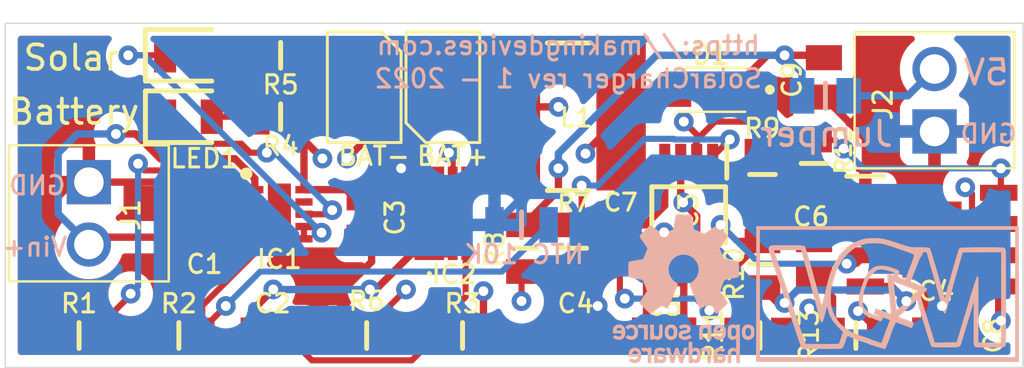
<source format=kicad_pcb>
(kicad_pcb (version 20211014) (generator pcbnew)
  (layers (0 "F.Cu" signal) (1 "In1.Cu" signal) (2 "In2.Cu" signal) (31 "B.Cu" signal) (34 "B.Paste" user) (35 "F.Paste" user) (36 "B.SilkS" user "B.Silkscreen") (37 "F.SilkS" user "F.Silkscreen") (38 "B.Mask" user) (39 "F.Mask" user) (44 "Edge.Cuts" user))
  (net 0 "")
  (net 1 "Vin+")
  (net 2 "gnd")
  (net 3 "Net-(C2-Pad2)")
  (net 4 "BAT-")
  (net 5 "BAT+")
  (net 6 "Net-(C4-Pad2)")
  (net 7 "Net-(C6-Pad2)")
  (net 8 "Net-(C7-Pad2)")
  (net 9 "5V")
  (net 10 "5V_BF")
  (net 11 "Net-(D1-Pad2)")
  (net 13 "Net-(IC1-Pad8)")
  (net 14 "Net-(IC1-Pad6)")
  (net 15 "Net-(IC1-Pad5)")
  (net 16 "Net-(IC1-Pad4)")
  (net 17 "Net-(IC1-Pad2)")
  (net 19 "Net-(IC2-Pad5)")
  (net 21 "Net-(IC3-Pad2)")
  (net 22 "Net-(IC3-Pad1)")
  (net 23 "Net-(IC4-Pad8)")
  (net 24 "Net-(IC4-Pad7)")
  (net 26 "Net-(IC4-Pad3)")
  (net 27 "Net-(LED1-Pad2)")
  (net 28 "Net-(LED2-Pad2)")
  (footprint "Library_Loader:RESC2012X75N" (layer "F.Cu") (at 93.8 53.7 180)
    (fp_text reference "R6" (at 0 1.4) (layer "F.SilkS") (effects (font (size 0.75 0.75) (thickness 0.125))))
    (fp_text value "2.7k" hide)
    (pad "1" smd rect locked (at -0.95 0 180) (size 1 1.45) (layers "F.Cu" "F.Paste" "F.Mask") (net 19 "Net-(IC2-Pad5)"))
    (pad "2" smd rect locked (at 0.95 0 180) (size 1 1.45) (layers "F.Cu" "F.Paste" "F.Mask") (net 2 "gnd"))
  )
  (footprint "Library_Loader:CAPC2012X140N" (layer "F.Cu") (at 87.2 48.9 -90)
    (fp_text reference "C1" (at 1.9 0 180) (layer "F.SilkS") (effects (font (size 0.75 0.75) (thickness 0.125))))
    (fp_text value "1uF" hide)
    (pad "1" smd rect locked (at -0.8 0 270) (size 1.02 1.47) (layers "F.Cu" "F.Paste" "F.Mask") (net 2 "gnd"))
    (pad "2" smd rect locked (at 0.8 0 270) (size 1.02 1.47) (layers "F.Cu" "F.Paste" "F.Mask") (net 1 "Vin+"))
  )
  (footprint "Library_Loader:CAPC2012X140N" (layer "F.Cu") (at 89.98 53.7)
    (fp_text reference "C2" (at 0 -1.3) (layer "F.SilkS") (effects (font (size 0.75 0.75) (thickness 0.125))))
    (fp_text value "1uF" hide)
    (pad "1" smd rect locked (at -0.8 0) (size 1.02 1.47) (layers "F.Cu" "F.Paste" "F.Mask") (net 4 "BAT-"))
    (pad "2" smd rect locked (at 0.8 0) (size 1.02 1.47) (layers "F.Cu" "F.Paste" "F.Mask") (net 3 "Net-(C2-Pad2)"))
  )
  (footprint "Library_Loader:CAPC2012X140N" (layer "F.Cu") (at 93.72 48.9 -90)
    (fp_text reference "C3" (at 0 -1.23 90) (layer "F.SilkS") (effects (font (size 0.75 0.75) (thickness 0.125))))
    (fp_text value "1uF" hide)
    (pad "1" smd rect locked (at -0.8 0 270) (size 1.02 1.47) (layers "F.Cu" "F.Paste" "F.Mask") (net 5 "BAT+"))
    (pad "2" smd rect locked (at 0.8 0 270) (size 1.02 1.47) (layers "F.Cu" "F.Paste" "F.Mask") (net 2 "gnd"))
  )
  (footprint "Library_Loader:CAPC2012X140N" (layer "F.Cu") (at 102.3 53.7 180)
    (fp_text reference "C4" (at 0 1.3) (layer "F.SilkS") (effects (font (size 0.75 0.75) (thickness 0.125))))
    (fp_text value "820pF" hide)
    (pad "1" smd rect locked (at -0.8 0 180) (size 1.02 1.47) (layers "F.Cu" "F.Paste" "F.Mask") (net 2 "gnd"))
    (pad "2" smd rect locked (at 0.8 0 180) (size 1.02 1.47) (layers "F.Cu" "F.Paste" "F.Mask") (net 6 "Net-(C4-Pad2)"))
  )
  (footprint "Library_Loader:CAPC2012X140N" (layer "F.Cu") (at 105.9 53.7)
    (fp_text reference "C5" (at 0 -1.2) (layer "F.SilkS") (effects (font (size 0.75 0.75) (thickness 0.125))))
    (fp_text value "22uF" hide)
    (pad "1" smd rect locked (at -0.8 0) (size 1.02 1.47) (layers "F.Cu" "F.Paste" "F.Mask") (net 2 "gnd"))
    (pad "2" smd rect locked (at 0.8 0) (size 1.02 1.47) (layers "F.Cu" "F.Paste" "F.Mask") (net 5 "BAT+"))
  )
  (footprint "Library_Loader:CAPC2012X140N" (layer "F.Cu") (at 112 50.6 90)
    (fp_text reference "C6" (at 1.73 -0.12 180) (layer "F.SilkS") (effects (font (size 0.75 0.75) (thickness 0.125))))
    (fp_text value "2.2nF" hide)
    (pad "1" smd rect locked (at -0.8 0 90) (size 1.02 1.47) (layers "F.Cu" "F.Paste" "F.Mask") (net 2 "gnd"))
    (pad "2" smd rect locked (at 0.8 0 90) (size 1.02 1.47) (layers "F.Cu" "F.Paste" "F.Mask") (net 7 "Net-(C6-Pad2)"))
  )
  (footprint "Library_Loader:CAPC2012X140N" (layer "F.Cu") (at 104.14 49.99 -90)
    (fp_text reference "C7" (at -1.7 0 180) (layer "F.SilkS") (effects (font (size 0.7 0.7) (thickness 0.125))))
    (fp_text value "100nF" hide)
    (pad "1" smd rect locked (at -0.8 0 270) (size 1.02 1.47) (layers "F.Cu" "F.Paste" "F.Mask") (net 2 "gnd"))
    (pad "2" smd rect locked (at 0.8 0 270) (size 1.02 1.47) (layers "F.Cu" "F.Paste" "F.Mask") (net 8 "Net-(C7-Pad2)"))
  )
  (footprint "Library_Loader:CAPC2012X140N" (layer "F.Cu") (at 117.3 53.7)
    (fp_text reference "C8" (at 2 0 90) (layer "F.SilkS") (effects (font (size 0.75 0.75) (thickness 0.125))))
    (fp_text value "100uF" hide)
    (pad "1" smd rect locked (at -0.8 0) (size 1.02 1.47) (layers "F.Cu" "F.Paste" "F.Mask") (net 2 "gnd"))
    (pad "2" smd rect locked (at 0.8 0) (size 1.02 1.47) (layers "F.Cu" "F.Paste" "F.Mask") (net 9 "5V"))
  )
  (footprint "Library_Loader:CAPC2012X140N" (layer "F.Cu") (at 112.4 43.2 90)
    (fp_text reference "C9" (at -0.1 -1.3 270) (layer "F.SilkS") (effects (font (size 0.75 0.75) (thickness 0.125))))
    (fp_text value "47uF" hide)
    (pad "1" smd rect locked (at -0.8 0 90) (size 1.02 1.47) (layers "F.Cu" "F.Paste" "F.Mask") (net 2 "gnd"))
    (pad "2" smd rect locked (at 0.8 0 90) (size 1.02 1.47) (layers "F.Cu" "F.Paste" "F.Mask") (net 10 "5V_BF"))
  )
  (footprint "Library_Loader:SS12FP" (layer "F.Cu") (at 107.8 43.7 180)
    (fp_text reference "D1" (at 0.01 1.4) (layer "F.SilkS") (effects (font (size 0.75 0.75) (thickness 0.125))))
    (fp_text value "FSV360FP" hide)
    (pad "1" smd rect locked (at -0.9 0 270) (size 1.4 2.3) (layers "F.Cu" "F.Paste" "F.Mask") (net 10 "5V_BF"))
    (pad "2" smd rect locked (at 1.425 0 180) (size 1.25 1.4) (layers "F.Cu" "F.Paste" "F.Mask") (net 11 "Net-(D1-Pad2)"))
  )
  (footprint "Library_Loader:mountinghole_battery" (layer "F.Cu") (at 96.9 43.6)
    (fp_text reference "H1" hide)
    (fp_text value "bat+")
    (pad "1" smd rect locked (at 0 0) (size 2 3.5) (layers "F.Cu" "F.Paste" "F.Mask") (net 5 "BAT+"))
  )
  (footprint "Library_Loader:mountinghole_battery" (layer "F.Cu") (at 93.7 43.6 180)
    (fp_text reference "H2" hide)
    (fp_text value "bat-")
    (pad "1" smd rect locked (at 0 0 180) (size 2 3.5) (layers "F.Cu" "F.Paste" "F.Mask") (net 4 "BAT-"))
  )
  (footprint "Library_Loader:SON50P200X300X80-11N" (layer "F.Cu") (at 90.25 48.7675)
    (fp_text reference "IC1" (at 0 1.8325) (layer "F.SilkS") (effects (font (size 0.75 0.75) (thickness 0.125))))
    (fp_text value "BQ24210DQCR" hide)
    (pad "1" smd rect locked (at -1 -1 90) (size 0.3 0.7) (layers "F.Cu" "F.Paste" "F.Mask") (net 1 "Vin+"))
    (pad "2" smd rect locked (at -1 -0.5 90) (size 0.3 0.7) (layers "F.Cu" "F.Paste" "F.Mask") (net 17 "Net-(IC1-Pad2)"))
    (pad "3" smd rect locked (at -1 0 90) (size 0.3 0.7) (layers "F.Cu" "F.Paste" "F.Mask") (net 2 "gnd"))
    (pad "4" smd rect locked (at -1 0.5 90) (size 0.3 0.7) (layers "F.Cu" "F.Paste" "F.Mask") (net 16 "Net-(IC1-Pad4)"))
    (pad "5" smd rect locked (at -1 1 90) (size 0.3 0.7) (layers "F.Cu" "F.Paste" "F.Mask") (net 15 "Net-(IC1-Pad5)"))
    (pad "6" smd rect locked (at 1 1 90) (size 0.3 0.7) (layers "F.Cu" "F.Paste" "F.Mask") (net 14 "Net-(IC1-Pad6)"))
    (pad "7" smd rect locked (at 1 0.5 90) (size 0.3 0.7) (layers "F.Cu" "F.Paste" "F.Mask") (net 14 "Net-(IC1-Pad6)"))
    (pad "8" smd rect locked (at 1 0 90) (size 0.3 0.7) (layers "F.Cu" "F.Paste" "F.Mask") (net 13 "Net-(IC1-Pad8)"))
    (pad "9" smd rect locked (at 1 -0.5 90) (size 0.3 0.7) (layers "F.Cu" "F.Paste" "F.Mask"))
    (pad "10" smd rect locked (at 1 -1 90) (size 0.3 0.7) (layers "F.Cu" "F.Paste" "F.Mask") (net 5 "BAT+"))
    (pad "11" smd rect locked (at 0 0) (size 0.94 2.5) (layers "F.Cu" "F.Paste" "F.Mask") (net 2 "gnd"))
  )
  (footprint "Library_Loader:AP9214LANHSBR7" (layer "F.Cu") (at 96.9 48.73)
    (fp_text reference "IC2" (at 0.46 2.48) (layer "F.SilkS") (effects (font (size 0.75 0.75) (thickness 0.125))))
    (fp_text value "AP9214L-AN-HSBR-7" hide)
    (pad "1" smd rect locked (at -0.55 1.65 90) (size 0.5 1.2) (layers "F.Cu" "F.Paste" "F.Mask") (net 4 "BAT-"))
    (pad "2" smd rect locked (at 0.4 1.65) (size 0.4 0.5) (layers "F.Cu" "F.Paste" "F.Mask") (net 4 "BAT-"))
    (pad "3" smd rect locked (at 0.95 1.65) (size 0.4 0.5) (layers "F.Cu" "F.Paste" "F.Mask") (net 3 "Net-(C2-Pad2)"))
    (pad "4" smd rect locked (at 0.95 -1.65) (size 0.4 0.5) (layers "F.Cu" "F.Paste" "F.Mask"))
    (pad "5" smd rect locked (at 0.4 -1.65) (size 0.4 0.5) (layers "F.Cu" "F.Paste" "F.Mask") (net 19 "Net-(IC2-Pad5)"))
    (pad "6" smd rect locked (at -0.55 -1.65 90) (size 0.5 1.2) (layers "F.Cu" "F.Paste" "F.Mask") (net 2 "gnd"))
    (pad "7" smd rect locked (at 0 0) (size 2.21 2.4) (layers "F.Cu" "F.Paste" "F.Mask"))
  )
  (footprint "Library_Loader:SOP65P490X110-8N" (layer "F.Cu") (at 106.9 48.8 -90)
    (fp_text reference "IC3" (at 0 0 90) (layer "F.SilkS") (effects (font (size 0.75 0.75) (thickness 0.125))))
    (fp_text value "TPS61085TDGKR" hide)
    (pad "1" smd rect locked (at -2.2 -0.975) (size 0.45 1.4) (layers "F.Cu" "F.Paste" "F.Mask") (net 22 "Net-(IC3-Pad1)"))
    (pad "2" smd rect locked (at -2.2 -0.325) (size 0.45 1.4) (layers "F.Cu" "F.Paste" "F.Mask") (net 21 "Net-(IC3-Pad2)"))
    (pad "3" smd rect locked (at -2.2 0.325) (size 0.45 1.4) (layers "F.Cu" "F.Paste" "F.Mask") (net 5 "BAT+"))
    (pad "4" smd rect locked (at -2.2 0.975) (size 0.45 1.4) (layers "F.Cu" "F.Paste" "F.Mask") (net 2 "gnd"))
    (pad "5" smd rect locked (at 2.2 0.975) (size 0.45 1.4) (layers "F.Cu" "F.Paste" "F.Mask") (net 11 "Net-(D1-Pad2)"))
    (pad "6" smd rect locked (at 2.2 0.325) (size 0.45 1.4) (layers "F.Cu" "F.Paste" "F.Mask") (net 5 "BAT+"))
    (pad "7" smd rect locked (at 2.2 -0.325) (size 0.45 1.4) (layers "F.Cu" "F.Paste" "F.Mask") (net 5 "BAT+"))
    (pad "8" smd rect locked (at 2.2 -0.975) (size 0.45 1.4) (layers "F.Cu" "F.Paste" "F.Mask") (net 8 "Net-(C7-Pad2)"))
  )
  (footprint "Library_Loader:SOIC127P600X170-9N" (layer "F.Cu") (at 116.8 49.8)
    (fp_text reference "IC4" (at 0 2.1) (layer "F.SilkS") (effects (font (size 0.75 0.75) (thickness 0.125))))
    (fp_text value "TPS259620DDAR" hide)
    (pad "1" smd rect locked (at -2.712 -1.905 90) (size 0.65 1.525) (layers "F.Cu" "F.Paste" "F.Mask") (net 2 "gnd"))
    (pad "2" smd rect locked (at -2.712 -0.635 90) (size 0.65 1.525) (layers "F.Cu" "F.Paste" "F.Mask") (net 7 "Net-(C6-Pad2)"))
    (pad "3" smd rect locked (at -2.712 0.635 90) (size 0.65 1.525) (layers "F.Cu" "F.Paste" "F.Mask") (net 26 "Net-(IC4-Pad3)"))
    (pad "4" smd rect locked (at -2.712 1.905 90) (size 0.65 1.525) (layers "F.Cu" "F.Paste" "F.Mask") (net 10 "5V_BF"))
    (pad "5" smd rect locked (at 2.712 1.905 90) (size 0.65 1.525) (layers "F.Cu" "F.Paste" "F.Mask") (net 9 "5V"))
    (pad "6" smd rect locked (at 2.712 0.635 90) (size 0.65 1.525) (layers "F.Cu" "F.Paste" "F.Mask"))
    (pad "7" smd rect locked (at 2.712 -0.635 90) (size 0.65 1.525) (layers "F.Cu" "F.Paste" "F.Mask") (net 24 "Net-(IC4-Pad7)"))
    (pad "8" smd rect locked (at 2.712 -1.905 90) (size 0.65 1.525) (layers "F.Cu" "F.Paste" "F.Mask") (net 23 "Net-(IC4-Pad8)"))
    (pad "9" smd rect locked (at 0 0) (size 2.4 3.1) (layers "F.Cu" "F.Paste" "F.Mask") (net 2 "gnd"))
  )
  (footprint "Library_Loader:282834-2_1" (layer "F.Cu") (at 82.5 47.46 -90)
    (fp_text reference "J1" (at 1.34 -1.7 90) (layer "F.SilkS") (effects (font (size 0.75 0.75) (thickness 0.125))))
    (fp_text value "IN" hide)
    (pad "1" thru_hole rect locked (at 0 0 270) (size 1.8 1.8) (drill 1.2) (layers *.Cu *.Mask) (net 2 "gnd"))
    (pad "2" thru_hole circle locked (at 2.54 0 270) (size 1.8 1.8) (drill 1.2) (layers *.Cu *.Mask) (net 1 "Vin+"))
  )
  (footprint "Library_Loader:282834-2_1" (layer "F.Cu") (at 116.9 45.4 90)
    (fp_text reference "J2" (at 1.1 -2.1 90) (layer "F.SilkS") (effects (font (size 0.75 0.75) (thickness 0.125))))
    (fp_text value "OUT" hide)
    (pad "1" thru_hole rect locked (at 0 0 90) (size 1.8 1.8) (drill 1.2) (layers *.Cu *.Mask) (net 2 "gnd"))
    (pad "2" thru_hole circle locked (at 2.54 0 90) (size 1.8 1.8) (drill 1.2) (layers *.Cu *.Mask) (net 9 "5V"))
  )
  (footprint "Library_Loader:SRN6045_1" (layer "F.Cu") (at 102 44.8 180)
    (fp_text reference "L1" (at -0.327 -0.037) (layer "F.SilkS") (effects (font (size 0.75 0.75) (thickness 0.125))))
    (fp_text value "4.7uH" hide)
    (pad "1" smd rect locked (at -2.15 0 180) (size 2.01 6) (layers "F.Cu" "F.Paste" "F.Mask") (net 11 "Net-(D1-Pad2)"))
    (pad "2" smd rect locked (at 2.15 0 180) (size 2.01 6) (layers "F.Cu" "F.Paste" "F.Mask") (net 5 "BAT+"))
  )
  (footprint "Library_Loader:LEDC2012X90N" (layer "F.Cu") (at 86.55 44.8)
    (fp_text reference "LED1" (at 0.65 1.7) (layer "F.SilkS") (effects (font (size 0.75 0.75) (thickness 0.125))))
    (fp_text value "Orange" hide)
    (pad "1" smd rect locked (at -0.95 0) (size 0.9 1.4) (layers "F.Cu" "F.Paste" "F.Mask") (net 13 "Net-(IC1-Pad8)"))
    (pad "2" smd rect locked (at 0.95 0) (size 0.9 1.4) (layers "F.Cu" "F.Paste" "F.Mask") (net 27 "Net-(LED1-Pad2)"))
  )
  (footprint "Library_Loader:LEDC2012X90N" (layer "F.Cu") (at 86.55 42.3)
    (fp_text reference "LED2" hide)
    (fp_text value "Green" hide)
    (pad "1" smd rect locked (at -0.95 0) (size 0.9 1.4) (layers "F.Cu" "F.Paste" "F.Mask") (net 14 "Net-(IC1-Pad6)"))
    (pad "2" smd rect locked (at 0.95 0) (size 0.9 1.4) (layers "F.Cu" "F.Paste" "F.Mask") (net 28 "Net-(LED2-Pad2)"))
  )
  (footprint "Library_Loader:RESC2012X75N" (layer "F.Cu") (at 82.1 53.7)
    (fp_text reference "R1" (at 0 -1.3) (layer "F.SilkS") (effects (font (size 0.75 0.75) (thickness 0.125))))
    (fp_text value "780" hide)
    (pad "1" smd rect locked (at -0.95 0) (size 1 1.45) (layers "F.Cu" "F.Paste" "F.Mask") (net 2 "gnd"))
    (pad "2" smd rect locked (at 0.95 0) (size 1 1.45) (layers "F.Cu" "F.Paste" "F.Mask") (net 17 "Net-(IC1-Pad2)"))
  )
  (footprint "Library_Loader:RESC2012X75N" (layer "F.Cu") (at 86.16 53.7)
    (fp_text reference "R2" (at 0 -1.3) (layer "F.SilkS") (effects (font (size 0.75 0.75) (thickness 0.125))))
    (fp_text value "21.5K" hide)
    (pad "1" smd rect locked (at -0.95 0) (size 1 1.45) (layers "F.Cu" "F.Paste" "F.Mask") (net 16 "Net-(IC1-Pad4)"))
    (pad "2" smd rect locked (at 0.95 0) (size 1 1.45) (layers "F.Cu" "F.Paste" "F.Mask") (net 15 "Net-(IC1-Pad5)"))
  )
  (footprint "Library_Loader:RESC2012X75N" (layer "F.Cu") (at 97.7 53.7 180)
    (fp_text reference "R3" (at 0 1.3) (layer "F.SilkS") (effects (font (size 0.75 0.75) (thickness 0.125))))
    (fp_text value "330" hide)
    (pad "1" smd rect locked (at -0.95 0 180) (size 1 1.45) (layers "F.Cu" "F.Paste" "F.Mask") (net 5 "BAT+"))
    (pad "2" smd rect locked (at 0.95 0 180) (size 1 1.45) (layers "F.Cu" "F.Paste" "F.Mask") (net 3 "Net-(C2-Pad2)"))
  )
  (footprint "Library_Loader:RESC2012X75N" (layer "F.Cu") (at 90.3 44.8 180)
    (fp_text reference "R4" (at 0 -1.2) (layer "F.SilkS") (effects (font (size 0.75 0.75) (thickness 0.125))))
    (fp_text value "1k" hide)
    (pad "1" smd rect locked (at -0.95 0 180) (size 1 1.45) (layers "F.Cu" "F.Paste" "F.Mask") (net 5 "BAT+"))
    (pad "2" smd rect locked (at 0.95 0 180) (size 1 1.45) (layers "F.Cu" "F.Paste" "F.Mask") (net 27 "Net-(LED1-Pad2)"))
  )
  (footprint "Library_Loader:RESC2012X75N" (layer "F.Cu") (at 90.3 42.3 180)
    (fp_text reference "R5" (at 0 -1.2) (layer "F.SilkS") (effects (font (size 0.75 0.75) (thickness 0.125))))
    (fp_text value "1k" hide)
    (pad "1" smd rect locked (at -0.95 0 180) (size 1 1.45) (layers "F.Cu" "F.Paste" "F.Mask") (net 5 "BAT+"))
    (pad "2" smd rect locked (at 0.95 0 180) (size 1 1.45) (layers "F.Cu" "F.Paste" "F.Mask") (net 28 "Net-(LED2-Pad2)"))
  )
  (footprint "Library_Loader:RESC2012X75N" (layer "F.Cu") (at 102.22 50.15 -90)
    (fp_text reference "R7" (at -1.82 0.01 180) (layer "F.SilkS") (effects (font (size 0.65 0.65) (thickness 0.125))))
    (fp_text value "44.2k" hide)
    (pad "1" smd rect locked (at -0.95 0 270) (size 1 1.45) (layers "F.Cu" "F.Paste" "F.Mask") (net 22 "Net-(IC3-Pad1)"))
    (pad "2" smd rect locked (at 0.95 0 270) (size 1 1.45) (layers "F.Cu" "F.Paste" "F.Mask") (net 6 "Net-(C4-Pad2)"))
  )
  (footprint "Library_Loader:RESC2012X75N" (layer "F.Cu") (at 100.2 50.15 -90)
    (fp_text reference "R8" (at 0.05 1.19 90) (layer "F.SilkS") (effects (font (size 0.75 0.75) (thickness 0.125))))
    (fp_text value "82k" hide)
    (pad "1" smd rect locked (at -0.95 0 270) (size 1 1.45) (layers "F.Cu" "F.Paste" "F.Mask") (net 10 "5V_BF"))
    (pad "2" smd rect locked (at 0.95 0 270) (size 1 1.45) (layers "F.Cu" "F.Paste" "F.Mask") (net 21 "Net-(IC3-Pad2)"))
  )
  (footprint "Library_Loader:RESC2012X75N" (layer "F.Cu") (at 109.9 47.15 -90)
    (fp_text reference "R9" (at -1.88 0.01 180) (layer "F.SilkS") (effects (font (size 0.75 0.75) (thickness 0.125))))
    (fp_text value "27k" hide)
    (pad "1" smd rect locked (at -0.95 0 270) (size 1 1.45) (layers "F.Cu" "F.Paste" "F.Mask") (net 21 "Net-(IC3-Pad2)"))
    (pad "2" smd rect locked (at 0.95 0 270) (size 1 1.45) (layers "F.Cu" "F.Paste" "F.Mask") (net 2 "gnd"))
  )
  (footprint "Library_Loader:RESC2012X75N" (layer "F.Cu") (at 109.9 50.8 90)
    (fp_text reference "R10" (at -0.4 -1.15 270) (layer "F.SilkS") (effects (font (size 0.75 0.75) (thickness 0.125))))
    (fp_text value "450K" hide)
    (pad "1" smd rect locked (at -0.95 0 90) (size 1 1.45) (layers "F.Cu" "F.Paste" "F.Mask") (net 10 "5V_BF"))
    (pad "2" smd rect locked (at 0.95 0 90) (size 1 1.45) (layers "F.Cu" "F.Paste" "F.Mask") (net 26 "Net-(IC4-Pad3)"))
  )
  (footprint "Library_Loader:RESC2012X75N" (layer "F.Cu") (at 109.8 53.7)
    (fp_text reference "R11" (at -1.9 0 90) (layer "F.SilkS") (effects (font (size 0.75 0.75) (thickness 0.125))))
    (fp_text value "432k" hide)
    (pad "1" smd rect locked (at -0.95 0) (size 1 1.45) (layers "F.Cu" "F.Paste" "F.Mask") (net 26 "Net-(IC4-Pad3)"))
    (pad "2" smd rect locked (at 0.95 0) (size 1 1.45) (layers "F.Cu" "F.Paste" "F.Mask") (net 2 "gnd"))
  )
  (footprint "Library_Loader:RESC2012X75N" (layer "F.Cu") (at 112 46.7 -90)
    (fp_text reference "R12" (at -0.51 -1.19 90) (layer "F.SilkS") (effects (font (size 0.65 0.65) (thickness 0.125))))
    (fp_text value "400k" hide)
    (pad "1" smd rect locked (at -0.95 0 270) (size 1 1.45) (layers "F.Cu" "F.Paste" "F.Mask") (net 23 "Net-(IC4-Pad8)"))
    (pad "2" smd rect locked (at 0.95 0 270) (size 1 1.45) (layers "F.Cu" "F.Paste" "F.Mask") (net 2 "gnd"))
  )
  (footprint "Library_Loader:RESC2012X75N" (layer "F.Cu") (at 113.7 53.7 180)
    (fp_text reference "R13" (at 1.9 0 90) (layer "F.SilkS") (effects (font (size 0.75 0.75) (thickness 0.125))))
    (fp_text value "909" hide)
    (pad "1" smd rect locked (at -0.95 0 180) (size 1 1.45) (layers "F.Cu" "F.Paste" "F.Mask") (net 24 "Net-(IC4-Pad7)"))
    (pad "2" smd rect locked (at 0.95 0 180) (size 1 1.45) (layers "F.Cu" "F.Paste" "F.Mask") (net 2 "gnd"))
  )
  (footprint "Library_Loader:THRMC2012X95N" (layer "B.Cu") (at 100.1 49.2)
    (fp_text reference "RT1" hide)
    (fp_text value "NTC 10K" hide)
    (pad "1" smd rect locked (at -1.1 0) (size 0.75 1.45) (layers "B.Cu" "B.Paste" "B.Mask") (net 2 "gnd"))
    (pad "2" smd rect locked (at 1.1 0) (size 0.75 1.45) (layers "B.Cu" "B.Paste" "B.Mask") (net 15 "Net-(IC1-Pad5)"))
  )
  (footprint "MDV:logo_MDV_3" (layer "B.Cu") (at 115 52 180)
    (fp_text reference "G***" hide)
    (fp_text value "LOGO" hide)
  )
  (footprint "Symbol:OSHW-Logo_5.7x6mm_SilkScreen" (layer "B.Cu") (at 106.7 51.8 180)
    (fp_text reference "REF**" hide)
    (fp_text value "OSHW-Logo_5.7x6mm_SilkScreen" hide)
  )
  (footprint "Library Loader:RESC2012X75N" (layer "B.Cu") (at 112.46 43.95)
    (fp_text reference "R14" hide)
    (fp_text value "Jumper" hide)
    (pad "1" smd rect locked (at -0.95 0) (size 1 1.45) (layers "B.Cu" "B.Paste" "B.Mask") (net 10 "5V_BF"))
    (pad "2" smd rect locked (at 0.95 0) (size 1 1.45) (layers "B.Cu" "B.Paste" "B.Mask") (net 9 "5V"))
  )
  (gr_line (start 79.1 55) (end 79.1 41) (layer "Edge.Cuts") (width 0.05))
  (gr_line (start 120.5 55) (end 79.1 55) (layer "Edge.Cuts") (width 0.05))
  (gr_line (start 120.5 41) (end 120.5 55) (layer "Edge.Cuts") (width 0.05))
  (gr_line (start 79.1 41) (end 120.5 41) (layer "Edge.Cuts") (width 0.05))
  (gr_text "GND" (at 119.1 45.5) (layer "B.SilkS") (effects (font (size 0.75 0.75) (thickness 0.125)) (justify mirror)))
  (gr_text "SolarCharger rev 1 - 2022" (at 102 43.25) (layer "B.SilkS") (effects (font (size 0.75 0.75) (thickness 0.125)) (justify mirror)))
  (gr_text "GND" (at 80.4 47.6) (layer "B.SilkS") (effects (font (size 0.75 0.75) (thickness 0.125)) (justify mirror)))
  (gr_text "Vin+\n" (at 80.3 50.1) (layer "B.SilkS") (effects (font (size 0.75 0.75) (thickness 0.125)) (justify mirror)))
  (gr_text "5V" (at 119 43) (layer "B.SilkS") (effects (font (size 1 1)) (justify mirror)))
  (gr_text "Jumper" (at 112.5 45.5) (layer "B.SilkS") (effects (font (size 1 1)) (justify mirror)))
  (gr_text "https://makingdevices.com" (at 102 41.9) (layer "B.SilkS") (effects (font (size 0.75 0.75) (thickness 0.125)) (justify mirror)))
  (gr_text "NTC 10K" (at 100.2 50.4) (layer "B.SilkS") (effects (font (size 0.75 0.75) (thickness 0.125)) (justify mirror)))
  (gr_text "BAT-" (at 94.1 46.4) (layer "F.SilkS") (effects (font (size 0.75 0.75) (thickness 0.125))))
  (gr_text "Solar" (at 81.8 42.4) (layer "F.SilkS") (effects (font (size 1 1))))
  (gr_text "Battery" (at 81.9 44.6) (layer "F.SilkS") (effects (font (size 1 1))))
  (gr_text "BAT+" (at 97.3 46.4) (layer "F.SilkS") (effects (font (size 0.75 0.75) (thickness 0.125))))
  (segment (start 89.25 47.3175) (end 88.442482 46.509982) (width 0.3) (layer "F.Cu") (net 1))
  (segment (start 85.409984 46.509982) (end 84.400002 45.5) (width 0.3) (layer "F.Cu") (net 1))
  (segment (start 82.8 49.7) (end 82.5 50) (width 0.3) (layer "F.Cu") (net 1))
  (segment (start 87.2 49.7) (end 82.8 49.7) (width 0.3) (layer "F.Cu") (net 1))
  (segment (start 89.25 47.7675) (end 89.25 47.3175) (width 0.3) (layer "F.Cu") (net 1))
  (segment (start 84.400002 45.5) (end 83.6 45.5) (width 0.3) (layer "F.Cu") (net 1))
  (segment (start 88.442482 46.509982) (end 85.409984 46.509982) (width 0.3) (layer "F.Cu") (net 1))
  (via (at 83.6 45.5) (size 0.8) (drill 0.4) (layers "F.Cu" "B.Cu") (net 1))
  (segment (start 82.029998 45.5) (end 81.249999 46.279999) (width 0.3) (layer "B.Cu") (net 1))
  (segment (start 81.249999 48.749999) (end 82.5 50) (width 0.3) (layer "B.Cu") (net 1))
  (segment (start 83.6 45.5) (end 82.029998 45.5) (width 0.3) (layer "B.Cu") (net 1))
  (segment (start 81.249999 46.279999) (end 81.249999 48.749999) (width 0.3) (layer "B.Cu") (net 1))
  (segment (start 95.035 49.7) (end 95.2 49.535) (width 0.3) (layer "F.Cu") (net 2))
  (segment (start 93.5 51.2) (end 94 50.7) (width 0.3) (layer "F.Cu") (net 2))
  (segment (start 90.619999 50.267501) (end 90.25 49.897502) (width 0.3) (layer "F.Cu") (net 2))
  (segment (start 92.732499 50.267501) (end 91.967501 50.267501) (width 0.3) (layer "F.Cu") (net 2))
  (segment (start 104.489998 49.2) (end 104.1 49.2) (width 0.3) (layer "F.Cu") (net 2))
  (segment (start 105.925 48.41) (end 105.135 49.2) (width 0.3) (layer "F.Cu") (net 2))
  (segment (start 105.185001 49.895003) (end 104.489998 49.2) (width 0.3) (layer "F.Cu") (net 2))
  (segment (start 93.5 51.2) (end 93.3 51.2) (width 0.3) (layer "F.Cu") (net 2))
  (segment (start 110.75 53.65) (end 111.8 52.6) (width 0.3) (layer "F.Cu") (net 2))
  (segment (start 93.3 49.7) (end 92.732499 50.267501) (width 0.3) (layer "F.Cu") (net 2))
  (segment (start 91.967501 50.267501) (end 90.619999 50.267501) (width 0.3) (layer "F.Cu") (net 2))
  (segment (start 91.4 50.4) (end 90.5 50.4) (width 0.3) (layer "F.Cu") (net 2))
  (segment (start 105.135 49.2) (end 104.1 49.2) (width 0.3) (layer "F.Cu") (net 2))
  (segment (start 93.3 49.7) (end 94.335 49.7) (width 0.3) (layer "F.Cu") (net 2))
  (segment (start 112.75 53.7) (end 112.75 52.15) (width 0.3) (layer "F.Cu") (net 2))
  (segment (start 80.7 48.6) (end 80.7 52.75) (width 0.3) (layer "F.Cu") (net 2))
  (segment (start 92.1 51.1) (end 91.4 50.4) (width 0.3) (layer "F.Cu") (net 2))
  (segment (start 95.2 46.9) (end 96.17 46.9) (width 0.3) (layer "F.Cu") (net 2))
  (segment (start 117.2 52.5) (end 117.2 50.2) (width 0.3) (layer "F.Cu") (net 2))
  (segment (start 116.8 49.8) (end 114.895 47.895) (width 0.3) (layer "F.Cu") (net 2))
  (segment (start 116.8 45.5) (end 116.9 45.4) (width 0.3) (layer "F.Cu") (net 2))
  (segment (start 94 49.7) (end 95.035 49.7) (width 0.3) (layer "F.Cu") (net 2))
  (segment (start 105.1 53.7) (end 105.185001 53.614999) (width 0.3) (layer "F.Cu") (net 2))
  (segment (start 112 47.65) (end 113.843 47.65) (width 0.3) (layer "F.Cu") (net 2))
  (segment (start 103.1 53.7) (end 103.1 52.6) (width 0.3) (layer "F.Cu") (net 2))
  (segment (start 105.925 46.6) (end 105.925 48.41) (width 0.3) (layer "F.Cu") (net 2))
  (segment (start 80.7 52.75) (end 81.15 53.2) (width 0.3) (layer "F.Cu") (net 2))
  (segment (start 114.376 45.4) (end 114.088 45.688) (width 0.3) (layer "F.Cu") (net 2))
  (segment (start 92.85 53.2) (end 92.85 51.85) (width 0.3) (layer "F.Cu") (net 2))
  (segment (start 116.9 45.4) (end 114.376 45.4) (width 0.3) (layer "F.Cu") (net 2))
  (segment (start 105.185001 53.614999) (end 105.185001 49.895003) (width 0.3) (layer "F.Cu") (net 2))
  (segment (start 116.8 49.8) (end 116.8 45.5) (width 0.3) (layer "F.Cu") (net 2))
  (segment (start 94 50.7) (end 94 49.7) (width 0.3) (layer "F.Cu") (net 2))
  (segment (start 114.895 47.895) (end 114.088 47.895) (width 0.3) (layer "F.Cu") (net 2))
  (segment (start 93.2 51.1) (end 92.1 51.1) (width 0.3) (layer "F.Cu") (net 2))
  (segment (start 117.2 50.2) (end 116.8 49.8) (width 0.3) (layer "F.Cu") (net 2))
  (segment (start 81.84 47.46) (end 80.7 48.6) (width 0.3) (layer "F.Cu") (net 2))
  (segment (start 116.5 50.1) (end 116.8 49.8) (width 0.3) (layer "F.Cu") (net 2))
  (segment (start 90.25 49.897502) (end 90.25 48.7675) (width 0.3) (layer "F.Cu") (net 2))
  (segment (start 82.5 47.46) (end 86.56 47.46) (width 0.3) (layer "F.Cu") (net 2))
  (segment (start 82.5 47.46) (end 81.84 47.46) (width 0.3) (layer "F.Cu") (net 2))
  (segment (start 116.5 53.7) (end 116.5 50.1) (width 0.3) (layer "F.Cu") (net 2))
  (segment (start 109.9 48.1) (end 111.55 48.1) (width 0.3) (layer "F.Cu") (net 2))
  (segment (start 91.967501 50.267501) (end 92.2 50.5) (width 0.3) (layer "F.Cu") (net 2))
  (segment (start 91.835002 50.4) (end 91.967501 50.267501) (width 0.3) (layer "F.Cu") (net 2))
  (segment (start 110.75 53.7) (end 110.75 53.65) (width 0.3) (layer "F.Cu") (net 2))
  (segment (start 86.56 47.46) (end 87.2 48.1) (width 0.3) (layer "F.Cu") (net 2))
  (segment (start 95.2 49.535) (end 95.2 46.9) (width 0.3) (layer "F.Cu") (net 2))
  (segment (start 90.25 48.7675) (end 89.25 48.7675) (width 0.3) (layer "F.Cu") (net 2))
  (segment (start 114.088 47.895) (end 114.088 45.688) (width 0.3) (layer "F.Cu") (net 2))
  (segment (start 93.3 51.2) (end 93.2 51.1) (width 0.3) (layer "F.Cu") (net 2))
  (segment (start 114.088 45.688) (end 112.4 44) (width 0.3) (layer "F.Cu") (net 2))
  (segment (start 112.75 52.15) (end 112 51.4) (width 0.3) (layer "F.Cu") (net 2))
  (segment (start 113.843 47.65) (end 114.088 47.895) (width 0.3) (layer "F.Cu") (net 2))
  (segment (start 89.25 48.7675) (end 87.8675 48.7675) (width 0.3) (layer "F.Cu") (net 2))
  (segment (start 103.1 52.6) (end 103.2 52.5) (width 0.3) (layer "F.Cu") (net 2))
  (segment (start 87.8675 48.7675) (end 87.2 48.1) (width 0.3) (layer "F.Cu") (net 2))
  (segment (start 91.4 50.4) (end 91.835002 50.4) (width 0.3) (layer "F.Cu") (net 2))
  (segment (start 96.17 46.9) (end 96.35 47.08) (width 0.3) (layer "F.Cu") (net 2))
  (segment (start 111.55 48.1) (end 112 47.65) (width 0.3) (layer "F.Cu") (net 2))
  (segment (start 105.1 53.7) (end 103.1 53.7) (width 0.3) (layer "F.Cu") (net 2))
  (segment (start 112.75 53.7) (end 110.75 53.7) (width 0.3) (layer "F.Cu") (net 2))
  (segment (start 92.85 51.85) (end 93.5 51.2) (width 0.3) (layer "F.Cu") (net 2))
  (via (at 103.2 52.5) (size 0.8) (drill 0.4) (layers "F.Cu" "B.Cu") (net 2))
  (via (at 95.2 46.9) (size 0.8) (drill 0.4) (layers "F.Cu" "B.Cu") (net 2))
  (via (at 111.8 52.6) (size 0.8) (drill 0.4) (layers "F.Cu" "B.Cu") (net 2))
  (via (at 117.2 52.5) (size 0.8) (drill 0.4) (layers "F.Cu" "B.Cu") (net 2))
  (segment (start 103.2 52.5) (end 102.2 51.5) (width 0.3) (layer "B.Cu") (net 2))
  (segment (start 102.2 51.5) (end 102.2 48.469998) (width 0.3) (layer "B.Cu") (net 2))
  (segment (start 112.8 53.6) (end 117 53.6) (width 0.3) (layer "B.Cu") (net 2))
  (segment (start 97.5 49.2) (end 95.2 46.9) (width 0.3) (layer "B.Cu") (net 2))
  (segment (start 110.970422 53.429578) (end 104.129578 53.429578) (width 0.3) (layer "B.Cu") (net 2))
  (segment (start 117 53.6) (end 117.2 53.4) (width 0.3) (layer "B.Cu") (net 2))
  (segment (start 104.129578 53.429578) (end 103.2 52.5) (width 0.3) (layer "B.Cu") (net 2))
  (segment (start 101.730002 48) (end 100.2 48) (width 0.3) (layer "B.Cu") (net 2))
  (segment (start 100.2 48) (end 99 49.2) (width 0.3) (layer "B.Cu") (net 2))
  (segment (start 99 49.2) (end 97.5 49.2) (width 0.3) (layer "B.Cu") (net 2))
  (segment (start 117.2 53.4) (end 117.2 52.5) (width 0.3) (layer "B.Cu") (net 2))
  (segment (start 111.8 52.6) (end 112.8 53.6) (width 0.3) (layer "B.Cu") (net 2))
  (segment (start 102.2 48.469998) (end 101.730002 48) (width 0.3) (layer "B.Cu") (net 2))
  (segment (start 111.8 52.6) (end 110.970422 53.429578) (width 0.3) (layer "B.Cu") (net 2))
  (segment (start 95.64 54.71) (end 96.690001 53.659999) (width 0.25) (layer "F.Cu") (net 3))
  (segment (start 97.85 50.65) (end 97.825001 50.674999) (width 0.25) (layer "F.Cu") (net 3))
  (segment (start 91.575001 54.71) (end 95.624999 54.71) (width 0.25) (layer "F.Cu") (net 3))
  (segment (start 97.825001 50.674999) (end 97.825001 52.124999) (width 0.25) (layer "F.Cu") (net 3))
  (segment (start 97.85 50.38) (end 97.85 50.65) (width 0.25) (layer "F.Cu") (net 3))
  (segment (start 90.699999 53.839999) (end 91.57 54.71) (width 0.25) (layer "F.Cu") (net 3))
  (segment (start 97.825001 52.124999) (end 96.75 53.2) (width 0.25) (layer "F.Cu") (net 3))
  (segment (start 96.35 50.38) (end 95.62 50.38) (width 0.3) (layer "F.Cu") (net 4))
  (segment (start 90 51.825) (end 89.18 52.645) (width 0.3) (layer "F.Cu") (net 4))
  (segment (start 97.3 50.38) (end 96.35 50.38) (width 0.3) (layer "F.Cu") (net 4))
  (segment (start 95.62 50.38) (end 94.169669 51.830331) (width 0.3) (layer "F.Cu") (net 4))
  (segment (start 94.169669 51.830331) (end 93.930331 51.830331) (width 0.3) (layer "F.Cu") (net 4))
  (segment (start 93.7 45.8) (end 93 46.5) (width 0.3) (layer "F.Cu") (net 4))
  (segment (start 89.18 52.645) (end 89.18 53.2) (width 0.3) (layer "F.Cu") (net 4))
  (segment (start 93.7 43.6) (end 93.7 45.8) (width 0.3) (layer "F.Cu") (net 4))
  (via (at 93 46.5) (size 0.8) (drill 0.4) (layers "F.Cu" "B.Cu") (net 4))
  (via (at 93.930331 51.830331) (size 0.8) (drill 0.4) (layers "F.Cu" "B.Cu") (net 4))
  (via (at 90 51.825) (size 0.8) (drill 0.4) (layers "F.Cu" "B.Cu") (net 4))
  (segment (start 90.005331 51.830331) (end 90 51.825) (width 0.3) (layer "B.Cu") (net 4))
  (segment (start 93.930331 51.830331) (end 90.005331 51.830331) (width 0.3) (layer "B.Cu") (net 4))
  (segment (start 107.225 51) (end 107.225 48.839369) (width 0.3) (layer "F.Cu") (net 5))
  (segment (start 91.25 42.3) (end 91.25 44.8) (width 0.3) (layer "F.Cu") (net 5))
  (segment (start 94 48.1) (end 94 46.989998) (width 0.3) (layer "F.Cu") (net 5))
  (segment (start 91.25 47.7675) (end 92.9675 47.7675) (width 0.3) (layer "F.Cu") (net 5))
  (segment (start 94 46.989998) (end 96.9 44.089998) (width 0.3) (layer "F.Cu") (net 5))
  (segment (start 107.225 48.839369) (end 106.675 48.289369) (width 0.3) (layer "F.Cu") (net 5))
  (segment (start 93.3 48.1) (end 93.6 48.1) (width 0.3) (layer "F.Cu") (net 5))
  (segment (start 98.65 43.6) (end 99.85 44.8) (width 0.3) (layer "F.Cu") (net 5))
  (segment (start 96.9 44.089998) (end 96.9 43.6) (width 0.3) (layer "F.Cu") (net 5))
  (segment (start 106.575 48.189369) (end 106.675 48.289369) (width 0.3) (layer "F.Cu") (net 5))
  (segment (start 91.25 44.8) (end 91.25 47.7675) (width 0.3) (layer "F.Cu") (net 5))
  (segment (start 106.575 46.6) (end 106.575 48.189369) (width 0.3) (layer "F.Cu") (net 5))
  (segment (start 106.7 53.7) (end 106.7 51.125) (width 0.3) (layer "F.Cu") (net 5))
  (segment (start 96.9 43.6) (end 98.65 43.6) (width 0.3) (layer "F.Cu") (net 5))
  (segment (start 92.9675 47.7675) (end 93.3 48.1) (width 0.3) (layer "F.Cu") (net 5))
  (segment (start 101.6 44.4) (end 100.25 44.4) (width 0.3) (layer "F.Cu") (net 5))
  (segment (start 107.225 51) (end 106.575 51) (width 0.3) (layer "F.Cu") (net 5))
  (segment (start 91.25 44.8) (end 91.25 45.75) (width 0.3) (layer "F.Cu") (net 5))
  (segment (start 91.25 45.75) (end 92 46.5) (width 0.3) (layer "F.Cu") (net 5))
  (segment (start 100.25 44.4) (end 99.85 44.8) (width 0.3) (layer "F.Cu") (net 5))
  (segment (start 106.7 51.125) (end 106.575 51) (width 0.3) (layer "F.Cu") (net 5))
  (segment (start 98.550001 51.895735) (end 98.550001 53.100001) (width 0.3) (layer "F.Cu") (net 5))
  (segment (start 98.550001 53.100001) (end 98.65 53.2) (width 0.3) (layer "F.Cu") (net 5))
  (via (at 98.550001 51.895735) (size 0.8) (drill 0.4) (layers "F.Cu" "B.Cu") (net 5))
  (via (at 101.6 44.4) (size 0.8) (drill 0.4) (layers "F.Cu" "B.Cu") (net 5))
  (via (at 106.675 48.289369) (size 0.8) (drill 0.4) (layers "F.Cu" "B.Cu") (net 5))
  (via (at 92 46.5) (size 0.8) (drill 0.4) (layers "F.Cu" "B.Cu") (net 5))
  (segment (start 102.3 51.1) (end 101.5 51.9) (width 0.25) (layer "F.Cu") (net 6))
  (segment (start 101.5 51.9) (end 101.5 53.7) (width 0.25) (layer "F.Cu") (net 6))
  (segment (start 112.635 49.165) (end 112 49.8) (width 0.25) (layer "F.Cu") (net 7))
  (segment (start 114.088 49.165) (end 112.635 49.165) (width 0.25) (layer "F.Cu") (net 7))
  (segment (start 107.875 52.542341) (end 107.875 51) (width 0.25) (layer "F.Cu") (net 8))
  (segment (start 104.1 52) (end 104.3 52.2) (width 0.25) (layer "F.Cu") (net 8))
  (segment (start 107.737764 52.679577) (end 107.875 52.542341) (width 0.25) (layer "F.Cu") (net 8))
  (segment (start 104.1 50.8) (end 104.1 52) (width 0.25) (layer "F.Cu") (net 8))
  (via (at 107.737764 52.679577) (size 0.8) (drill 0.4) (layers "F.Cu" "B.Cu") (net 8))
  (via (at 104.3 52.2) (size 0.8) (drill 0.4) (layers "F.Cu" "B.Cu") (net 8))
  (segment (start 107.2 52.2) (end 107.679577 52.679577) (width 0.25) (layer "B.Cu") (net 8))
  (segment (start 107.679577 52.679577) (end 107.737764 52.679577) (width 0.25) (layer "B.Cu") (net 8))
  (segment (start 104.3 52.2) (end 107.2 52.2) (width 0.25) (layer "B.Cu") (net 8))
  (segment (start 119.512 51.705) (end 119.512 53.012) (width 0.3) (layer "F.Cu") (net 9))
  (segment (start 119.512 53.012) (end 119.6 53.1) (width 0.3) (layer "F.Cu") (net 9))
  (segment (start 118.1 53.117) (end 119.512 51.705) (width 0.3) (layer "F.Cu") (net 9))
  (segment (start 118.1 53.7) (end 118.1 53.117) (width 0.3) (layer "F.Cu") (net 9))
  (via (at 119.6 53.1) (size 0.8) (drill 0.4) (layers "F.Cu" "B.Cu") (net 9))
  (segment (start 113.41 43.95) (end 115.81 43.95) (width 0.3) (layer "B.Cu") (net 9))
  (segment (start 115.81 43.95) (end 116.9 42.86) (width 0.3) (layer "B.Cu") (net 9))
  (segment (start 100.2 49.2) (end 101.6 47.8) (width 0.3) (layer "F.Cu") (net 10))
  (segment (start 112.3 42.3) (end 112.4 42.4) (width 0.3) (layer "F.Cu") (net 10))
  (segment (start 110.524998 52.374998) (end 109.9 51.75) (width 0.3) (layer "F.Cu") (net 10))
  (segment (start 110.8 52.374998) (end 110.524998 52.374998) (width 0.3) (layer "F.Cu") (net 10))
  (segment (start 110.8 42.3) (end 110.1 42.3) (width 0.3) (layer "F.Cu") (net 10))
  (segment (start 115.155 51.705) (end 115.75 52.3) (width 0.3) (layer "F.Cu") (net 10))
  (segment (start 114.088 51.705) (end 115.155 51.705) (width 0.3) (layer "F.Cu") (net 10))
  (segment (start 110.1 42.3) (end 108.7 43.7) (width 0.3) (layer "F.Cu") (net 10))
  (segment (start 101.6 47.8) (end 101.6 46.9) (width 0.3) (layer "F.Cu") (net 10))
  (segment (start 110.8 42.3) (end 112.3 42.3) (width 0.3) (layer "F.Cu") (net 10))
  (via (at 110.8 42.3) (size 0.8) (drill 0.4) (layers "F.Cu" "B.Cu") (net 10))
  (via (at 101.6 46.9) (size 0.8) (drill 0.4) (layers "F.Cu" "B.Cu") (net 10))
  (via (at 110.8 52.374998) (size 0.8) (drill 0.4) (layers "F.Cu" "B.Cu") (net 10))
  (via (at 115.75 52.3) (size 0.8) (drill 0.4) (layers "F.Cu" "B.Cu") (net 10))
  (segment (start 115.75 52.3) (end 115.299999 51.849999) (width 0.3) (layer "B.Cu") (net 10))
  (segment (start 111.324999 51.849999) (end 110.8 52.374998) (width 0.3) (layer "B.Cu") (net 10))
  (segment (start 111.51 43.01) (end 110.8 42.3) (width 0.3) (layer "B.Cu") (net 10))
  (segment (start 111.51 43.95) (end 111.51 43.01) (width 0.3) (layer "B.Cu") (net 10))
  (segment (start 101.6 46.9) (end 101.6 46.289998) (width 0.3) (layer "B.Cu") (net 10))
  (segment (start 115.299999 51.849999) (end 111.324999 51.849999) (width 0.3) (layer "B.Cu") (net 10))
  (segment (start 101.6 46.289998) (end 105.589998 42.3) (width 0.3) (layer "B.Cu") (net 10))
  (segment (start 105.589998 42.3) (end 110.8 42.3) (width 0.3) (layer "B.Cu") (net 10))
  (segment (start 106.375 43.7) (end 105.25 43.7) (width 0.3) (layer "F.Cu") (net 11))
  (segment (start 102.7 46.25) (end 104.15 44.8) (width 0.3) (layer "F.Cu") (net 11))
  (segment (start 105.925 49.525) (end 105.9 49.5) (width 0.3) (layer "F.Cu") (net 11))
  (segment (start 105.925 51) (end 105.925 49.525) (width 0.3) (layer "F.Cu") (net 11))
  (segment (start 102.7 46.3) (end 102.7 46.25) (width 0.3) (layer "F.Cu") (net 11))
  (segment (start 105.25 43.7) (end 104.15 44.8) (width 0.3) (layer "F.Cu") (net 11))
  (via (at 102.7 46.3) (size 0.8) (drill 0.4) (layers "F.Cu" "B.Cu") (net 11))
  (via (at 105.9 49.5) (size 0.8) (drill 0.4) (layers "F.Cu" "B.Cu") (net 11))
  (segment (start 92.2325 48.7675) (end 92.4 48.6) (width 0.25) (layer "F.Cu") (net 13))
  (segment (start 89.063599 46.263599) (end 88.7 45.9) (width 0.25) (layer "F.Cu") (net 13))
  (segment (start 89.736401 46.263599) (end 89.063599 46.263599) (width 0.25) (layer "F.Cu") (net 13))
  (segment (start 88.7 45.9) (end 86.7 45.9) (width 0.25) (layer "F.Cu") (net 13))
  (segment (start 91.25 48.7675) (end 92.2325 48.7675) (width 0.25) (layer "F.Cu") (net 13))
  (segment (start 86.7 45.9) (end 86.4 45.6) (width 0.25) (layer "F.Cu") (net 13))
  (segment (start 86.4 45.6) (end 85.6 44.8) (width 0.25) (layer "F.Cu") (net 13))
  (via (at 89.736401 46.263599) (size 0.8) (drill 0.4) (layers "F.Cu" "B.Cu") (net 13))
  (via (at 92.4 48.6) (size 0.8) (drill 0.4) (layers "F.Cu" "B.Cu") (net 13))
  (segment (start 92.4 48.6) (end 90.063599 46.263599) (width 0.25) (layer "B.Cu") (net 13))
  (segment (start 90.063599 46.263599) (end 89.736401 46.263599) (width 0.25) (layer "B.Cu") (net 13))
  (segment (start 84.1 42.3) (end 85.6 42.3) (width 0.25) (layer "F.Cu") (net 14))
  (segment (start 91.25 49.2675) (end 91.714997 49.2675) (width 0.25) (layer "F.Cu") (net 14))
  (segment (start 91.714997 49.2675) (end 91.964998 49.517501) (width 0.25) (layer "F.Cu") (net 14))
  (segment (start 91.25 49.7675) (end 91.25 49.2675) (width 0.25) (layer "F.Cu") (net 14))
  (via (at 84.1 42.3) (size 0.8) (drill 0.4) (layers "F.Cu" "B.Cu") (net 14))
  (via (at 91.964998 49.517501) (size 0.8) (drill 0.4) (layers "F.Cu" "B.Cu") (net 14))
  (segment (start 91.964998 49.517501) (end 84.747497 42.3) (width 0.25) (layer "B.Cu") (net 14))
  (segment (start 84.747497 42.3) (end 84.1 42.3) (width 0.25) (layer "B.Cu") (net 14))
  (segment (start 87.11 53.2) (end 87.369998 53.2) (width 0.25) (layer "F.Cu") (net 15))
  (segment (start 87.11 52.49) (end 89.25 50.35) (width 0.25) (layer "F.Cu") (net 15))
  (segment (start 87.11 53.2) (end 87.11 52.49) (width 0.25) (layer "F.Cu") (net 15))
  (segment (start 89.25 50.35) (end 89.25 49.7675) (width 0.25) (layer "F.Cu") (net 15))
  (segment (start 87.369998 53.2) (end 88.069998 52.5) (width 0.25) (layer "F.Cu") (net 15))
  (via (at 88.069998 52.5) (size 0.8) (drill 0.4) (layers "F.Cu" "B.Cu") (net 15))
  (segment (start 89.469998 51.1) (end 99.3 51.1) (width 0.25) (layer "B.Cu") (net 15))
  (segment (start 99.3 51.1) (end 101.2 49.2) (width 0.25) (layer "B.Cu") (net 15))
  (segment (start 88.069998 52.5) (end 89.469998 51.1) (width 0.25) (layer "B.Cu") (net 15))
  (segment (start 89.25 49.2675) (end 88.65 49.2675) (width 0.25) (layer "F.Cu") (net 16))
  (segment (start 86.260001 52.149999) (end 85.21 53.2) (width 0.25) (layer "F.Cu") (net 16))
  (segment (start 88.5 49.4175) (end 88.5 50.230002) (width 0.25) (layer "F.Cu") (net 16))
  (segment (start 88.65 49.2675) (end 88.5 49.4175) (width 0.25) (layer "F.Cu") (net 16))
  (segment (start 88.5 50.230002) (end 86.580003 52.149999) (width 0.25) (layer "F.Cu") (net 16))
  (segment (start 86.580003 52.149999) (end 86.260001 52.149999) (width 0.25) (layer "F.Cu") (net 16))
  (segment (start 84.774992 46.984992) (end 84.5 46.71) (width 0.25) (layer "F.Cu") (net 17))
  (segment (start 87.914994 46.984992) (end 84.774992 46.984992) (width 0.25) (layer "F.Cu") (net 17))
  (segment (start 88.260001 47.329999) (end 87.914994 46.984992) (width 0.25) (layer "F.Cu") (net 17))
  (segment (start 84.2 52) (end 84.2 52.05) (width 0.25) (layer "F.Cu") (net 17))
  (segment (start 88.65 48.2675) (end 88.260001 47.877501) (width 0.25) (layer "F.Cu") (net 17))
  (segment (start 84.2 52.05) (end 83.05 53.2) (width 0.25) (layer "F.Cu") (net 17))
  (segment (start 89.25 48.2675) (end 88.65 48.2675) (width 0.25) (layer "F.Cu") (net 17))
  (segment (start 88.260001 47.877501) (end 88.260001 47.329999) (width 0.25) (layer "F.Cu") (net 17))
  (via (at 84.2 52) (size 0.8) (drill 0.4) (layers "F.Cu" "B.Cu") (net 17))
  (via (at 84.5 46.71) (size 0.8) (drill 0.4) (layers "F.Cu" "B.Cu") (net 17))
  (segment (start 84.5 46.71) (end 84.5 51.7) (width 0.25) (layer "B.Cu") (net 17))
  (segment (start 84.5 51.7) (end 84.2 52) (width 0.25) (layer "B.Cu") (net 17))
  (segment (start 97.147624 46.263478) (end 97.3 46.415854) (width 0.25) (layer "F.Cu") (net 19))
  (segment (start 94.75 52.480332) (end 95.4 51.830332) (width 0.25) (layer "F.Cu") (net 19))
  (segment (start 97.3 46.415854) (end 97.3 47.08) (width 0.25) (layer "F.Cu") (net 19))
  (segment (start 94.75 53.2) (end 94.75 52.480332) (width 0.25) (layer "F.Cu") (net 19))
  (via (at 97.147624 46.263478) (size 0.8) (drill 0.4) (layers "F.Cu" "B.Cu") (net 19))
  (via (at 95.4 51.830332) (size 0.8) (drill 0.4) (layers "F.Cu" "B.Cu") (net 19))
  (segment (start 107.225 46.275) (end 107.2 46.25) (width 0.25) (layer "F.Cu") (net 21))
  (segment (start 107.225 46.6) (end 107.225 46.275) (width 0.25) (layer "F.Cu") (net 21))
  (segment (start 100.1 51.2) (end 100.2 51.1) (width 0.25) (layer "F.Cu") (net 21))
  (segment (start 107.964998 45) (end 110.1 45) (width 0.25) (layer "F.Cu") (net 21))
  (segment (start 107.2 46.25) (end 107.2 45.764998) (width 0.25) (layer "F.Cu") (net 21))
  (segment (start 107.2 45.764998) (end 107.964998 45) (width 0.25) (layer "F.Cu") (net 21))
  (segment (start 110.4 45.3) (end 110.4 45.7) (width 0.25) (layer "F.Cu") (net 21))
  (segment (start 107.225 46.6) (end 107.225 45.525) (width 0.25) (layer "F.Cu") (net 21))
  (segment (start 110.1 45) (end 110.4 45.3) (width 0.25) (layer "F.Cu") (net 21))
  (segment (start 100.1 52.3) (end 100.1 51.2) (width 0.25) (layer "F.Cu") (net 21))
  (segment (start 107.225 45.525) (end 106.7 45) (width 0.25) (layer "F.Cu") (net 21))
  (via (at 100.1 52.3) (size 0.8) (drill 0.4) (layers "F.Cu" "B.Cu") (net 21))
  (via (at 106.7 45) (size 0.8) (drill 0.4) (layers "F.Cu" "B.Cu") (net 21))
  (segment (start 102.544998 47.6) (end 102.544998 48.955002) (width 0.25) (layer "F.Cu") (net 22))
  (segment (start 107.875 46.424998) (end 108.574998 45.725) (width 0.25) (layer "F.Cu") (net 22))
  (segment (start 102.544998 48.955002) (end 102.3 49.2) (width 0.25) (layer "F.Cu") (net 22))
  (segment (start 107.875 46.6) (end 107.875 46.424998) (width 0.25) (layer "F.Cu") (net 22))
  (via (at 108.574998 45.725) (size 0.8) (drill 0.4) (layers "F.Cu" "B.Cu") (net 22))
  (via (at 102.544998 47.6) (size 0.8) (drill 0.4) (layers "F.Cu" "B.Cu") (net 22))
  (segment (start 103.2 47.6) (end 102.544998 47.6) (width 0.25) (layer "B.Cu") (net 22))
  (segment (start 108.574998 45.725) (end 106.325 45.725) (width 0.25) (layer "B.Cu") (net 22))
  (segment (start 105.1 45.7) (end 103.2 47.6) (width 0.25) (layer "B.Cu") (net 22))
  (segment (start 106.3 45.7) (end 105.1 45.7) (width 0.25) (layer "B.Cu") (net 22))
  (segment (start 106.325 45.725) (end 106.3 45.7) (width 0.25) (layer "B.Cu") (net 22))
  (segment (start 119.6 47.807) (end 119.512 47.895) (width 0.25) (layer "F.Cu") (net 23))
  (segment (start 112 45.75) (end 112.85 45.75) (width 0.25) (layer "F.Cu") (net 23))
  (segment (start 112.85 45.75) (end 113.2 46.1) (width 0.25) (layer "F.Cu") (net 23))
  (segment (start 119.6 46.9) (end 119.6 47.807) (width 0.25) (layer "F.Cu") (net 23))
  (via (at 119.6 46.9) (size 0.8) (drill 0.4) (layers "F.Cu" "B.Cu") (net 23))
  (via (at 113.2 46.1) (size 0.8) (drill 0.4) (layers "F.Cu" "B.Cu") (net 23))
  (segment (start 114 46.9) (end 119.6 46.9) (width 0.25) (layer "B.Cu") (net 23))
  (segment (start 113.2 46.1) (end 114 46.9) (width 0.25) (layer "B.Cu") (net 23))
  (segment (start 118.149498 47.668922) (end 118.424499 47.943923) (width 0.25) (layer "F.Cu") (net 24))
  (segment (start 118.4995 49.165) (end 119.512 49.165) (width 0.25) (layer "F.Cu") (net 24))
  (segment (start 118.424499 49.089999) (end 118.4995 49.165) (width 0.25) (layer "F.Cu") (net 24))
  (segment (start 114.65 53.7) (end 114.65 53.570013) (width 0.25) (layer "F.Cu") (net 24))
  (segment (start 118.424499 47.943923) (end 118.424499 49.089999) (width 0.25) (layer "F.Cu") (net 24))
  (segment (start 114.65 53.570013) (end 113.786658 52.706671) (width 0.25) (layer "F.Cu") (net 24))
  (via (at 118.149498 47.668922) (size 0.8) (drill 0.4) (layers "F.Cu" "B.Cu") (net 24))
  (via (at 113.786658 52.706671) (size 0.8) (drill 0.4) (layers "F.Cu" "B.Cu") (net 24))
  (segment (start 113.327531 50.779998) (end 113.743002 50.779998) (width 0.25) (layer "F.Cu") (net 26))
  (segment (start 108.85 49.85) (end 108.2 49.2) (width 0.25) (layer "F.Cu") (net 26))
  (segment (start 108.85 50.9) (end 109.9 49.85) (width 0.25) (layer "F.Cu") (net 26))
  (segment (start 109.9 49.85) (end 108.85 49.85) (width 0.25) (layer "F.Cu") (net 26))
  (segment (start 108.85 53.7) (end 108.85 50.9) (width 0.25) (layer "F.Cu") (net 26))
  (segment (start 113.743002 50.779998) (end 114.088 50.435) (width 0.25) (layer "F.Cu") (net 26))
  (via (at 108.2 49.2) (size 0.8) (drill 0.4) (layers "F.Cu" "B.Cu") (net 26))
  (via (at 113.327531 50.779998) (size 0.8) (drill 0.4) (layers "F.Cu" "B.Cu") (net 26))
  (segment (start 109.779998 50.779998) (end 113.327531 50.779998) (width 0.25) (layer "B.Cu") (net 26))
  (segment (start 108.2 49.2) (end 109.779998 50.779998) (width 0.25) (layer "B.Cu") (net 26))
  (segment (start 89.35 44.8) (end 87.5 44.8) (width 0.25) (layer "F.Cu") (net 27))
  (segment (start 89.35 42.3) (end 87.5 42.3) (width 0.25) (layer "F.Cu") (net 28))
  (zone (net 2) (net_name "gnd") (layer "F.Cu") (connect_pads (clearance 0.508)) (min_thickness 0.254) (fill yes (thermal_gap 0.508) (thermal_bridge_width 0.508))
    (polygon (pts (xy 120.5 55) (xy 79.1 55) (xy 79.1 41) (xy 120.5 41)))
  )
  (zone (net 2) (net_name "gnd") (layer "B.Cu") (connect_pads (clearance 0.508)) (min_thickness 0.254) (fill yes (thermal_gap 0.508) (thermal_bridge_width 0.508))
    (polygon (pts (xy 120.5 55) (xy 79.1 55) (xy 79.1 41) (xy 120.5 41)))
  )
)
</source>
